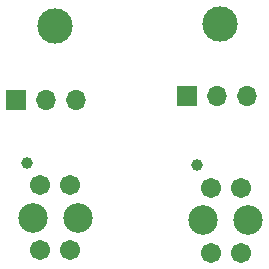
<source format=gbr>
%TF.GenerationSoftware,KiCad,Pcbnew,7.0.2-0*%
%TF.CreationDate,2023-09-22T13:18:50+12:00*%
%TF.ProjectId,TCRT5000 seperated,54435254-3530-4303-9020-736570657261,rev?*%
%TF.SameCoordinates,PX66b4f80PY68290a0*%
%TF.FileFunction,Soldermask,Bot*%
%TF.FilePolarity,Negative*%
%FSLAX46Y46*%
G04 Gerber Fmt 4.6, Leading zero omitted, Abs format (unit mm)*
G04 Created by KiCad (PCBNEW 7.0.2-0) date 2023-09-22 13:18:50*
%MOMM*%
%LPD*%
G01*
G04 APERTURE LIST*
%ADD10C,3.000000*%
%ADD11R,1.700000X1.700000*%
%ADD12O,1.700000X1.700000*%
%ADD13C,1.000000*%
%ADD14C,2.500000*%
%ADD15C,1.704000*%
G04 APERTURE END LIST*
D10*
%TO.C,H1*%
X6858000Y26162000D03*
%TD*%
D11*
%TO.C,J1*%
X3620500Y19843300D03*
D12*
X6160500Y19843300D03*
X8700500Y19843300D03*
%TD*%
D10*
%TO.C,H2*%
X20828000Y26289000D03*
%TD*%
D11*
%TO.C,J2*%
X18034000Y20193000D03*
D12*
X20574000Y20193000D03*
X23114000Y20193000D03*
%TD*%
D13*
%TO.C,U2*%
X18886000Y14346000D03*
D14*
X23236000Y9696000D03*
X19436000Y9696000D03*
D15*
X22606000Y6946000D03*
X20066000Y6946000D03*
X22606000Y12446000D03*
X20066000Y12446000D03*
%TD*%
D13*
%TO.C,U1*%
X4471500Y14536500D03*
D14*
X8821500Y9886500D03*
X5021500Y9886500D03*
D15*
X8191500Y7136500D03*
X5651500Y7136500D03*
X8191500Y12636500D03*
X5651500Y12636500D03*
%TD*%
M02*

</source>
